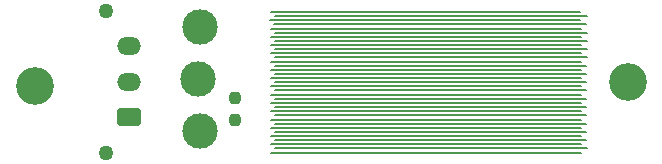
<source format=gbr>
%TF.GenerationSoftware,KiCad,Pcbnew,9.0.0*%
%TF.CreationDate,2025-03-23T00:29:21-05:00*%
%TF.ProjectId,LeakDetectionSensorV1,4c65616b-4465-4746-9563-74696f6e5365,rev?*%
%TF.SameCoordinates,Original*%
%TF.FileFunction,Soldermask,Top*%
%TF.FilePolarity,Negative*%
%FSLAX46Y46*%
G04 Gerber Fmt 4.6, Leading zero omitted, Abs format (unit mm)*
G04 Created by KiCad (PCBNEW 9.0.0) date 2025-03-23 00:29:21*
%MOMM*%
%LPD*%
G01*
G04 APERTURE LIST*
G04 Aperture macros list*
%AMRoundRect*
0 Rectangle with rounded corners*
0 $1 Rounding radius*
0 $2 $3 $4 $5 $6 $7 $8 $9 X,Y pos of 4 corners*
0 Add a 4 corners polygon primitive as box body*
4,1,4,$2,$3,$4,$5,$6,$7,$8,$9,$2,$3,0*
0 Add four circle primitives for the rounded corners*
1,1,$1+$1,$2,$3*
1,1,$1+$1,$4,$5*
1,1,$1+$1,$6,$7*
1,1,$1+$1,$8,$9*
0 Add four rect primitives between the rounded corners*
20,1,$1+$1,$2,$3,$4,$5,0*
20,1,$1+$1,$4,$5,$6,$7,0*
20,1,$1+$1,$6,$7,$8,$9,0*
20,1,$1+$1,$8,$9,$2,$3,0*%
G04 Aperture macros list end*
%ADD10C,3.000000*%
%ADD11C,1.270000*%
%ADD12RoundRect,0.250001X0.759999X-0.499999X0.759999X0.499999X-0.759999X0.499999X-0.759999X-0.499999X0*%
%ADD13O,2.020000X1.500000*%
%ADD14RoundRect,0.237500X-0.237500X0.250000X-0.237500X-0.250000X0.237500X-0.250000X0.237500X0.250000X0*%
%ADD15C,3.200000*%
%ADD16C,0.200000*%
G04 APERTURE END LIST*
D10*
%TO.C,3V3*%
X138800000Y-95000000D03*
%TD*%
%TO.C,GND*%
X139000000Y-90600000D03*
%TD*%
%TO.C,SENS*%
X139000000Y-99400000D03*
%TD*%
D11*
%TO.C,J1*%
X131025000Y-101200000D03*
X131025000Y-89200000D03*
D12*
X132985000Y-98200000D03*
D13*
X132985000Y-95200000D03*
X132985000Y-92200000D03*
%TD*%
D14*
%TO.C,R1*%
X142000000Y-96587500D03*
X142000000Y-98412500D03*
%TD*%
D15*
%TO.C,H2*%
X125000000Y-95600000D03*
%TD*%
%TO.C,H1*%
X175200000Y-95200000D03*
%TD*%
D16*
X171205000Y-89960000D02*
X144960000Y-89960000D01*
X171245000Y-96300000D02*
X145000000Y-96300000D01*
X171245000Y-92800000D02*
X145000000Y-92800000D01*
X171245000Y-97700000D02*
X145000000Y-97700000D01*
X171245000Y-101200000D02*
X145000000Y-101200000D01*
X171245000Y-100500000D02*
X145000000Y-100500000D01*
X171245000Y-90700000D02*
X145000000Y-90700000D01*
X171245000Y-94200000D02*
X145000000Y-94200000D01*
X171245000Y-91400000D02*
X145000000Y-91400000D01*
X171200000Y-89300000D02*
X145000000Y-89300000D01*
X171245000Y-95600000D02*
X145000000Y-95600000D01*
X171245000Y-99800000D02*
X145000000Y-99800000D01*
X171245000Y-93500000D02*
X145000000Y-93500000D01*
X171245000Y-98400000D02*
X145000000Y-98400000D01*
X171245000Y-92100000D02*
X145000000Y-92100000D01*
X171245000Y-97000000D02*
X145000000Y-97000000D01*
X171245000Y-99100000D02*
X145000000Y-99100000D01*
X171245000Y-94900000D02*
X145000000Y-94900000D01*
X145340000Y-95240000D02*
X171640000Y-95240000D01*
X145340000Y-93140000D02*
X171740000Y-93140000D01*
X145340000Y-92440000D02*
X171740000Y-92440000D01*
X145300000Y-90300000D02*
X171700000Y-90300000D01*
X145340000Y-98740000D02*
X171640000Y-98740000D01*
X145340000Y-91040000D02*
X171740000Y-91040000D01*
X145340000Y-94540000D02*
X171640000Y-94540000D01*
X145340000Y-96640000D02*
X171640000Y-96640000D01*
X145340000Y-100840000D02*
X171740000Y-100840000D01*
X145340000Y-98040000D02*
X171640000Y-98040000D01*
X171758225Y-89640000D02*
X145340000Y-89640000D01*
X145340000Y-93840000D02*
X171640000Y-93840000D01*
X145340000Y-97340000D02*
X171640000Y-97340000D01*
X145340000Y-100140000D02*
X171640000Y-100140000D01*
X145340000Y-95940000D02*
X171640000Y-95940000D01*
X145340000Y-99440000D02*
X171640000Y-99440000D01*
X145340000Y-91740000D02*
X171740000Y-91740000D01*
M02*

</source>
